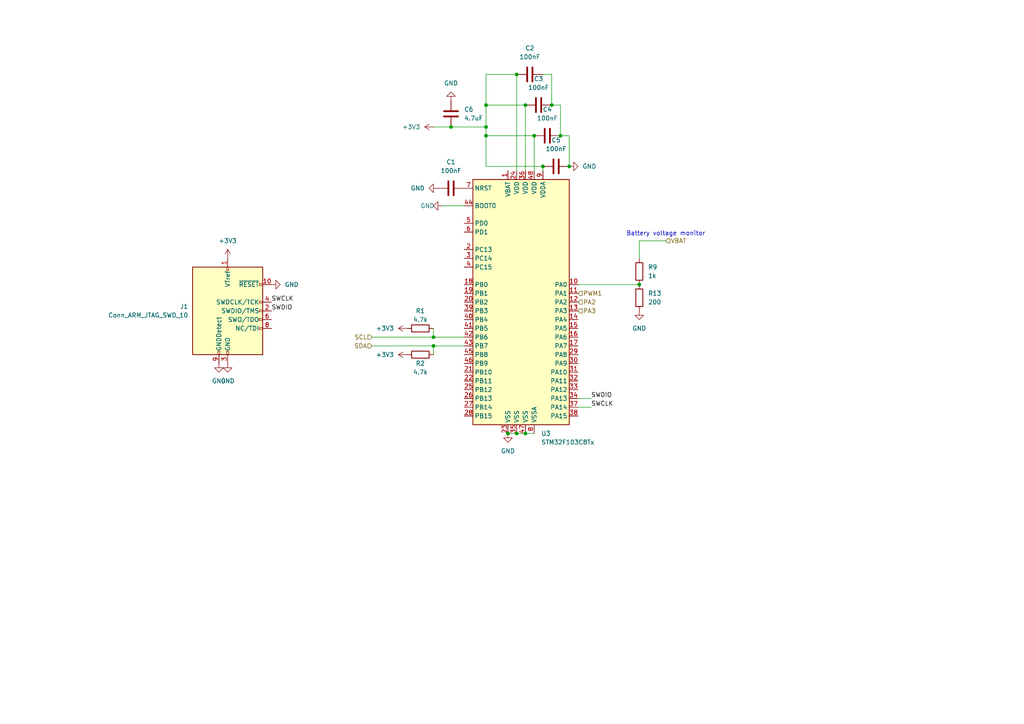
<source format=kicad_sch>
(kicad_sch (version 20230121) (generator eeschema)
  (paper "A4")
  (lib_symbols
    (symbol "Connector:Conn_ARM_JTAG_SWD_10" (pin_names (offset 1.016))
      (property "Reference" "J" (at -2.54 16.51 0))
      (property "Value" "Conn_ARM_JTAG_SWD_10" (at -2.54 13.97 0))
      (symbol "Conn_ARM_JTAG_SWD_10_0_1"
        (rectangle (start -10.16 12.7) (end 10.16 -12.7) (stroke (width 0.254)) (fill (type background)))
        (rectangle (start -2.794 -12.7) (end -2.286 -11.684))
        (rectangle (start -0.254 -12.7) (end 0.254 -11.684))
        (rectangle (start -0.254 12.7) (end 0.254 11.684))
        (rectangle (start 9.144 2.286) (end 10.16 2.794))
        (rectangle (start 10.16 -2.794) (end 9.144 -2.286))
        (rectangle (start 10.16 -0.254) (end 9.144 0.254))
        (rectangle (start 10.16 7.874) (end 9.144 7.366))
      )
      (symbol "Conn_ARM_JTAG_SWD_10_1_1"
        (rectangle (start 9.144 -5.334) (end 10.16 -4.826))
        (pin power_in line (at 0 15.24 270) (length 2.54) (name "VTref") (number "1"))
        (pin open_collector line (at 12.7 7.62 180) (length 2.54) (name "~{RESET}") (number "10"))
        (pin bidirectional line (at 12.7 0 180) (length 2.54) (name "SWDIO/TMS") (number "2"))
        (pin power_in line (at 0 -15.24 90) (length 2.54) (name "GND") (number "3"))
        (pin output line (at 12.7 2.54 180) (length 2.54) (name "SWDCLK/TCK") (number "4"))
        (pin passive line (at 0 -15.24 90) (length 2.54) hide (name "GND") (number "5"))
        (pin input line (at 12.7 -2.54 180) (length 2.54) (name "SWO/TDO") (number "6"))
        (pin no_connect line (at -10.16 0 0) (length 2.54) hide (name "KEY") (number "7"))
        (pin output line (at 12.7 -5.08 180) (length 2.54) (name "NC/TDI") (number "8"))
        (pin passive line (at -2.54 -15.24 90) (length 2.54) (name "GNDDetect") (number "9"))
      )
    )
    (symbol "Device:C" (pin_numbers hide) (pin_names (offset 0.254))
      (property "Reference" "C" (at 0.635 2.54 0))
      (property "Value" "C" (at 0.635 -2.54 0))
      (symbol "C_0_1"
        (polyline (pts (xy -2.032 -0.762) (xy 2.032 -0.762)) (stroke (width 0.508)))
        (polyline (pts (xy -2.032 0.762) (xy 2.032 0.762)) (stroke (width 0.508)))
      )
      (symbol "C_1_1"
        (pin passive line (at 0 3.81 270) (length 2.794) (name "~") (number "1"))
        (pin passive line (at 0 -3.81 90) (length 2.794) (name "~") (number "2"))
      )
    )
    (symbol "Device:R" (pin_numbers hide) (pin_names (offset 0))
      (property "Reference" "R" (at 2.032 0 90))
      (property "Value" "R" (at 0 0 90))
      (symbol "R_0_1"
        (rectangle (start -1.016 -2.54) (end 1.016 2.54) (stroke (width 0.254)))
      )
      (symbol "R_1_1"
        (pin passive line (at 0 3.81 270) (length 1.27) (name "~") (number "1"))
        (pin passive line (at 0 -3.81 90) (length 1.27) (name "~") (number "2"))
      )
    )
    (symbol "MCU_ST_STM32F1:STM32F103C8Tx"
      (property "Reference" "U" (at -15.24 36.83 0))
      (property "Value" "STM32F103C8Tx" (at 7.62 36.83 0))
      (symbol "STM32F103C8Tx_0_1"
        (rectangle (start -15.24 -35.56) (end 12.7 35.56) (stroke (width 0.254)) (fill (type background)))
      )
      (symbol "STM32F103C8Tx_1_1"
        (pin power_in line (at -5.08 38.1 270) (length 2.54) (name "VBAT") (number "1"))
        (pin bidirectional line (at 15.24 5.08 180) (length 2.54) (name "PA0") (number "10"))
        (pin bidirectional line (at 15.24 2.54 180) (length 2.54) (name "PA1") (number "11"))
        (pin bidirectional line (at 15.24 0 180) (length 2.54) (name "PA2") (number "12"))
        (pin bidirectional line (at 15.24 -2.54 180) (length 2.54) (name "PA3") (number "13"))
        (pin bidirectional line (at 15.24 -5.08 180) (length 2.54) (name "PA4") (number "14"))
        (pin bidirectional line (at 15.24 -7.62 180) (length 2.54) (name "PA5") (number "15"))
        (pin bidirectional line (at 15.24 -10.16 180) (length 2.54) (name "PA6") (number "16"))
        (pin bidirectional line (at 15.24 -12.7 180) (length 2.54) (name "PA7") (number "17"))
        (pin bidirectional line (at -17.78 5.08 0) (length 2.54) (name "PB0") (number "18"))
        (pin bidirectional line (at -17.78 2.54 0) (length 2.54) (name "PB1") (number "19"))
        (pin bidirectional line (at -17.78 15.24 0) (length 2.54) (name "PC13") (number "2"))
        (pin bidirectional line (at -17.78 0 0) (length 2.54) (name "PB2") (number "20"))
        (pin bidirectional line (at -17.78 -20.32 0) (length 2.54) (name "PB10") (number "21"))
        (pin bidirectional line (at -17.78 -22.86 0) (length 2.54) (name "PB11") (number "22"))
        (pin power_in line (at -5.08 -38.1 90) (length 2.54) (name "VSS") (number "23"))
        (pin power_in line (at -2.54 38.1 270) (length 2.54) (name "VDD") (number "24"))
        (pin bidirectional line (at -17.78 -25.4 0) (length 2.54) (name "PB12") (number "25"))
        (pin bidirectional line (at -17.78 -27.94 0) (length 2.54) (name "PB13") (number "26"))
        (pin bidirectional line (at -17.78 -30.48 0) (length 2.54) (name "PB14") (number "27"))
        (pin bidirectional line (at -17.78 -33.02 0) (length 2.54) (name "PB15") (number "28"))
        (pin bidirectional line (at 15.24 -15.24 180) (length 2.54) (name "PA8") (number "29"))
        (pin bidirectional line (at -17.78 12.7 0) (length 2.54) (name "PC14") (number "3"))
        (pin bidirectional line (at 15.24 -17.78 180) (length 2.54) (name "PA9") (number "30"))
        (pin bidirectional line (at 15.24 -20.32 180) (length 2.54) (name "PA10") (number "31"))
        (pin bidirectional line (at 15.24 -22.86 180) (length 2.54) (name "PA11") (number "32"))
        (pin bidirectional line (at 15.24 -25.4 180) (length 2.54) (name "PA12") (number "33"))
        (pin bidirectional line (at 15.24 -27.94 180) (length 2.54) (name "PA13") (number "34"))
        (pin power_in line (at -2.54 -38.1 90) (length 2.54) (name "VSS") (number "35"))
        (pin power_in line (at 0 38.1 270) (length 2.54) (name "VDD") (number "36"))
        (pin bidirectional line (at 15.24 -30.48 180) (length 2.54) (name "PA14") (number "37"))
        (pin bidirectional line (at 15.24 -33.02 180) (length 2.54) (name "PA15") (number "38"))
        (pin bidirectional line (at -17.78 -2.54 0) (length 2.54) (name "PB3") (number "39"))
        (pin bidirectional line (at -17.78 10.16 0) (length 2.54) (name "PC15") (number "4"))
        (pin bidirectional line (at -17.78 -5.08 0) (length 2.54) (name "PB4") (number "40"))
        (pin bidirectional line (at -17.78 -7.62 0) (length 2.54) (name "PB5") (number "41"))
        (pin bidirectional line (at -17.78 -10.16 0) (length 2.54) (name "PB6") (number "42"))
        (pin bidirectional line (at -17.78 -12.7 0) (length 2.54) (name "PB7") (number "43"))
        (pin input line (at -17.78 27.94 0) (length 2.54) (name "BOOT0") (number "44"))
        (pin bidirectional line (at -17.78 -15.24 0) (length 2.54) (name "PB8") (number "45"))
        (pin bidirectional line (at -17.78 -17.78 0) (length 2.54) (name "PB9") (number "46"))
        (pin power_in line (at 0 -38.1 90) (length 2.54) (name "VSS") (number "47"))
        (pin power_in line (at 2.54 38.1 270) (length 2.54) (name "VDD") (number "48"))
        (pin input line (at -17.78 22.86 0) (length 2.54) (name "PD0") (number "5"))
        (pin input line (at -17.78 20.32 0) (length 2.54) (name "PD1") (number "6"))
        (pin input line (at -17.78 33.02 0) (length 2.54) (name "NRST") (number "7"))
        (pin power_in line (at 2.54 -38.1 90) (length 2.54) (name "VSSA") (number "8"))
        (pin power_in line (at 5.08 38.1 270) (length 2.54) (name "VDDA") (number "9"))
      )
    )
    (symbol "power:+3V3" (power) (pin_names (offset 0))
      (property "Value" "+3V3" (at 0 3.556 0))
      (symbol "+3V3_0_1"
        (polyline (pts (xy -0.762 1.27) (xy 0 2.54)))
        (polyline (pts (xy 0 0) (xy 0 2.54)))
        (polyline (pts (xy 0 2.54) (xy 0.762 1.27)))
      )
      (symbol "+3V3_1_1"
        (pin power_in line (at 0 0 90) (length 0) hide (name "+3V3") (number "1"))
      )
    )
    (symbol "power:GND" (power) (pin_names (offset 0))
      (property "Value" "GND" (at 0 -3.81 0))
      (symbol "GND_0_1"
        (polyline (pts (xy 0 0) (xy 0 -1.27) (xy 1.27 -1.27) (xy 0 -2.54) (xy -1.27 -1.27) (xy 0 -1.27)))
      )
      (symbol "GND_1_1"
        (pin power_in line (at 0 0 270) (length 0) hide (name "GND") (number "1"))
      )
    )
  )
  (junction (at 125.73 100.33))
  (junction (at 149.86 125.73))
  (junction (at 140.97 39.37))
  (junction (at 154.94 39.37))
  (junction (at 147.32 125.73))
  (junction (at 165.1 48.26))
  (junction (at 152.4 30.48))
  (junction (at 149.86 21.59))
  (junction (at 152.4 125.73))
  (junction (at 125.73 97.79))
  (junction (at 130.81 36.83))
  (junction (at 185.42 82.55))
  (junction (at 162.56 39.37))
  (junction (at 140.97 30.48))
  (junction (at 157.48 48.26))
  (junction (at 140.97 36.83))
  (junction (at 160.02 30.48))
  (wire (pts (xy 149.86 125.73) (xy 152.4 125.73)))
  (wire (pts (xy 154.94 39.37) (xy 154.94 49.53)))
  (wire (pts (xy 157.48 48.26) (xy 157.48 49.53)))
  (wire (pts (xy 160.02 30.48) (xy 160.02 21.59)))
  (wire (pts (xy 107.95 100.33) (xy 125.73 100.33)))
  (wire (pts (xy 165.1 48.26) (xy 165.1 39.37)))
  (wire (pts (xy 171.45 118.11) (xy 167.64 118.11)))
  (wire (pts (xy 165.1 39.37) (xy 162.56 39.37)))
  (wire (pts (xy 125.73 95.25) (xy 125.73 97.79)))
  (wire (pts (xy 107.95 97.79) (xy 125.73 97.79)))
  (wire (pts (xy 140.97 30.48) (xy 152.4 30.48)))
  (wire (pts (xy 140.97 36.83) (xy 140.97 39.37)))
  (wire (pts (xy 140.97 30.48) (xy 140.97 36.83)))
  (wire (pts (xy 152.4 30.48) (xy 152.4 49.53)))
  (wire (pts (xy 152.4 125.73) (xy 154.94 125.73)))
  (wire (pts (xy 162.56 39.37) (xy 162.56 30.48)))
  (wire (pts (xy 193.04 69.85) (xy 185.42 69.85)))
  (wire (pts (xy 185.42 69.85) (xy 185.42 74.93)))
  (wire (pts (xy 162.56 30.48) (xy 160.02 30.48)))
  (wire (pts (xy 125.73 100.33) (xy 134.62 100.33)))
  (wire (pts (xy 147.32 125.73) (xy 149.86 125.73)))
  (wire (pts (xy 140.97 39.37) (xy 154.94 39.37)))
  (wire (pts (xy 140.97 48.26) (xy 157.48 48.26)))
  (wire (pts (xy 140.97 21.59) (xy 140.97 30.48)))
  (wire (pts (xy 140.97 39.37) (xy 140.97 48.26)))
  (wire (pts (xy 160.02 21.59) (xy 157.48 21.59)))
  (wire (pts (xy 167.64 82.55) (xy 185.42 82.55)))
  (wire (pts (xy 125.73 36.83) (xy 130.81 36.83)))
  (wire (pts (xy 149.86 21.59) (xy 149.86 49.53)))
  (wire (pts (xy 125.73 97.79) (xy 134.62 97.79)))
  (wire (pts (xy 130.81 36.83) (xy 140.97 36.83)))
  (wire (pts (xy 171.45 115.57) (xy 167.64 115.57)))
  (wire (pts (xy 140.97 21.59) (xy 149.86 21.59)))
  (wire (pts (xy 125.73 100.33) (xy 125.73 102.87)))
  (wire (pts (xy 128.27 59.69) (xy 134.62 59.69)))
  (text "Battery voltage monitor" (at 181.61 68.58 0) (effects (font (size 1.27 1.27)) (justify left bottom)))
  (label "SWDIO" (at 171.45 115.57 0))
  (label "SWCLK" (at 78.74 87.63 0))
  (label "SWDIO" (at 78.74 90.17 0))
  (label "SWCLK" (at 171.45 118.11 0))
  (hierarchical_label "PA2" (shape input) (at 167.64 87.63 0))
  (hierarchical_label "PWM1" (shape input) (at 167.64 85.09 0))
  (hierarchical_label "VBAT" (shape input) (at 193.04 69.85 0))
  (hierarchical_label "SCL" (shape input) (at 107.95 97.79 180))
  (hierarchical_label "SDA" (shape input) (at 107.95 100.33 180))
  (hierarchical_label "PA3" (shape input) (at 167.64 90.17 0))
  (symbol (lib_id "MCU_ST_STM32F1:STM32F103C8Tx") (at 152.4 87.63 0) (unit 1)
    (property "Reference" "U3" (at 156.9594 125.73 0) (effects (justify left)))
    (property "Value" "STM32F103C8Tx" (at 156.9594 128.27 0) (effects (justify left)))
    (property "Footprint" "Package_QFP:LQFP-48_7x7mm_P0.5mm" (effects hide))
    (property "Datasheet" "http://www.st.com/st-web-ui/static/active/en/resource/technical/document/datasheet/CD00161566.pdf" (effects hide))
  )
  (symbol (lib_id "power:GND") (at 185.42 90.17 0) (unit 1)
    (property "Reference" "#PWR0162" (effects hide))
    (property "Value" "GND" (at 185.42 95.25 0))
  )
  (symbol (lib_id "power:GND") (at 147.32 125.73 0) (unit 1)
    (property "Reference" "#PWR0104" (effects hide))
    (property "Value" "GND" (at 147.32 130.81 0))
  )
  (symbol (lib_id "power:GND") (at 128.27 59.69 270) (unit 1)
    (property "Reference" "#PWR0106" (effects hide))
    (property "Value" "GND" (at 121.92 59.69 90) (effects (justify left)))
  )
  (symbol (lib_id "power:GND") (at 78.74 82.55 90) (unit 1)
    (property "Reference" "#PWR0113" (effects hide))
    (property "Value" "GND" (at 82.55 82.5499 90) (effects (justify right)))
  )
  (symbol (lib_id "Device:R") (at 185.42 86.36 0) (unit 1)
    (property "Reference" "R13" (at 187.96 85.0899 0) (effects (justify left)))
    (property "Value" "200" (at 187.96 87.6299 0) (effects (justify left)))
    (property "Footprint" "Resistor_SMD:R_0805_2012Metric" (effects hide))
  )
  (symbol (lib_id "Device:R") (at 121.92 95.25 270) (unit 1)
    (property "Reference" "R1" (at 121.92 90.17 90))
    (property "Value" "4.7k" (at 121.92 92.71 90))
    (property "Footprint" "Resistor_SMD:R_0402_1005Metric" (effects hide))
  )
  (symbol (lib_id "Device:C") (at 158.75 39.37 270) (unit 1)
    (property "Reference" "C4" (at 158.75 31.75 90))
    (property "Value" "100nF" (at 158.75 34.29 90))
    (property "Footprint" "Capacitor_SMD:C_0805_2012Metric" (effects hide))
  )
  (symbol (lib_id "Device:C") (at 130.81 33.02 0) (unit 1)
    (property "Reference" "C6" (at 134.62 31.7499 0) (effects (justify left)))
    (property "Value" "4.7uF" (at 134.62 34.2899 0) (effects (justify left)))
    (property "Footprint" "Capacitor_SMD:C_0805_2012Metric" (effects hide))
  )
  (symbol (lib_id "power:GND") (at 66.04 105.41 0) (unit 1)
    (property "Reference" "#PWR0112" (effects hide))
    (property "Value" "GND" (at 66.04 110.49 0))
  )
  (symbol (lib_id "Connector:Conn_ARM_JTAG_SWD_10") (at 66.04 90.17 0) (unit 1)
    (property "Reference" "J1" (at 54.61 88.8999 0) (effects (justify right)))
    (property "Value" "Conn_ARM_JTAG_SWD_10" (at 54.61 91.4399 0) (effects (justify right)))
    (property "Footprint" "Connector_PinHeader_1.27mm:PinHeader_2x05_P1.27mm_Vertical_SMD" (effects hide))
    (property "Datasheet" "http://infocenter.arm.com/help/topic/com.arm.doc.ddi0314h/DDI0314H_coresight_components_trm.pdf" (effects hide))
  )
  (symbol (lib_id "power:+3V3") (at 66.04 74.93 0) (unit 1)
    (property "Reference" "#PWR0115" (effects hide))
    (property "Value" "+3V3" (at 66.04 69.85 0))
  )
  (symbol (lib_id "Device:C") (at 153.67 21.59 270) (unit 1)
    (property "Reference" "C2" (at 153.67 13.97 90))
    (property "Value" "100nF" (at 153.67 16.51 90))
    (property "Footprint" "Capacitor_SMD:C_0805_2012Metric" (effects hide))
  )
  (symbol (lib_id "power:GND") (at 63.5 105.41 0) (unit 1)
    (property "Reference" "#PWR0114" (effects hide))
    (property "Value" "GND" (at 63.5 110.49 0))
  )
  (symbol (lib_id "power:GND") (at 165.1 48.26 90) (unit 1)
    (property "Reference" "#PWR0101" (effects hide))
    (property "Value" "GND" (at 168.91 48.2599 90) (effects (justify right)))
  )
  (symbol (lib_id "power:+3V3") (at 118.11 102.87 90) (unit 1)
    (property "Reference" "#PWR0117" (effects hide))
    (property "Value" "+3V3" (at 114.3 102.8699 90) (effects (justify left)))
  )
  (symbol (lib_id "power:GND") (at 127 54.61 270) (unit 1)
    (property "Reference" "#PWR0107" (effects hide))
    (property "Value" "GND" (at 123.19 54.6099 90) (effects (justify right)))
  )
  (symbol (lib_id "power:+3V3") (at 125.73 36.83 90) (unit 1)
    (property "Reference" "#PWR0102" (effects hide))
    (property "Value" "+3V3" (at 121.92 36.8299 90) (effects (justify left)))
  )
  (symbol (lib_id "Device:C") (at 161.29 48.26 270) (unit 1)
    (property "Reference" "C5" (at 161.29 40.64 90))
    (property "Value" "100nF" (at 161.29 43.18 90))
    (property "Footprint" "Capacitor_SMD:C_0805_2012Metric" (effects hide))
  )
  (symbol (lib_id "Device:R") (at 121.92 102.87 270) (unit 1)
    (property "Reference" "R2" (at 121.92 105.41 90))
    (property "Value" "4.7k" (at 121.92 107.95 90))
    (property "Footprint" "Resistor_SMD:R_0402_1005Metric" (effects hide))
  )
  (symbol (lib_id "Device:C") (at 130.81 54.61 270) (unit 1)
    (property "Reference" "C1" (at 130.81 46.99 90))
    (property "Value" "100nF" (at 130.81 49.53 90))
    (property "Footprint" "Capacitor_SMD:C_0805_2012Metric" (effects hide))
  )
  (symbol (lib_id "power:GND") (at 130.81 29.21 0) (mirror x) (unit 1)
    (property "Reference" "#PWR0103" (effects hide))
    (property "Value" "GND" (at 130.81 24.13 0))
  )
  (symbol (lib_id "Device:C") (at 156.21 30.48 270) (unit 1)
    (property "Reference" "C3" (at 156.21 22.86 90))
    (property "Value" "100nF" (at 156.21 25.4 90))
    (property "Footprint" "Capacitor_SMD:C_0805_2012Metric" (effects hide))
  )
  (symbol (lib_id "power:+3V3") (at 118.11 95.25 90) (unit 1)
    (property "Reference" "#PWR0116" (effects hide))
    (property "Value" "+3V3" (at 114.3 95.2499 90) (effects (justify left)))
  )
  (symbol (lib_id "Device:R") (at 185.42 78.74 0) (unit 1)
    (property "Reference" "R9" (at 187.96 77.4699 0) (effects (justify left)))
    (property "Value" "1k" (at 187.96 80.0099 0) (effects (justify left)))
    (property "Footprint" "Resistor_SMD:R_0805_2012Metric" (effects hide))
  )
)
</source>
